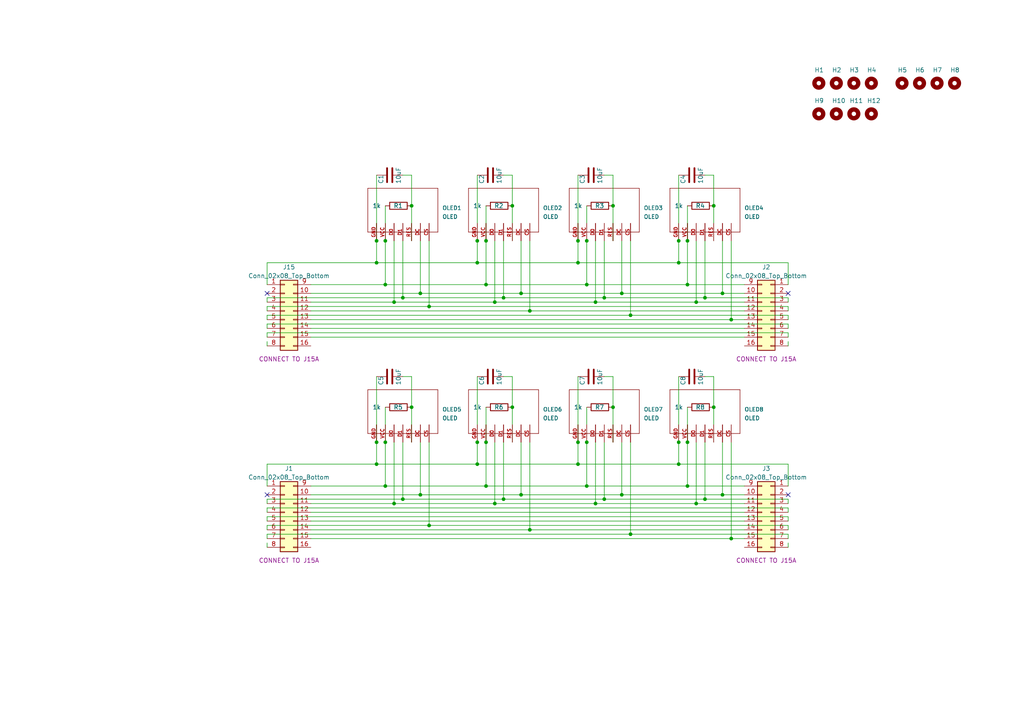
<source format=kicad_sch>
(kicad_sch (version 20230121) (generator eeschema)
  (paper "A4")
  (lib_symbols
    (symbol "Connector_Generic:Conn_02x08_Top_Bottom" (pin_names (offset 1.016) hide)
      (property "Reference" "J" (at 1.27 10.16 0))
      (property "Value" "Conn_02x08_Top_Bottom" (at 1.27 -12.7 0))
      (symbol "Conn_02x08_Top_Bottom_1_1"
        (rectangle (start -1.27 -10.033) (end 0 -10.287) (stroke (width 0.1524)))
        (rectangle (start -1.27 -7.493) (end 0 -7.747) (stroke (width 0.1524)))
        (rectangle (start -1.27 -4.953) (end 0 -5.207) (stroke (width 0.1524)))
        (rectangle (start -1.27 -2.413) (end 0 -2.667) (stroke (width 0.1524)))
        (rectangle (start -1.27 0.127) (end 0 -0.127) (stroke (width 0.1524)))
        (rectangle (start -1.27 2.667) (end 0 2.413) (stroke (width 0.1524)))
        (rectangle (start -1.27 5.207) (end 0 4.953) (stroke (width 0.1524)))
        (rectangle (start -1.27 7.747) (end 0 7.493) (stroke (width 0.1524)))
        (rectangle (start -1.27 8.89) (end 3.81 -11.43) (stroke (width 0.254)) (fill (type background)))
        (rectangle (start 3.81 -10.033) (end 2.54 -10.287) (stroke (width 0.1524)))
        (rectangle (start 3.81 -7.493) (end 2.54 -7.747) (stroke (width 0.1524)))
        (rectangle (start 3.81 -4.953) (end 2.54 -5.207) (stroke (width 0.1524)))
        (rectangle (start 3.81 -2.413) (end 2.54 -2.667) (stroke (width 0.1524)))
        (rectangle (start 3.81 0.127) (end 2.54 -0.127) (stroke (width 0.1524)))
        (rectangle (start 3.81 2.667) (end 2.54 2.413) (stroke (width 0.1524)))
        (rectangle (start 3.81 5.207) (end 2.54 4.953) (stroke (width 0.1524)))
        (rectangle (start 3.81 7.747) (end 2.54 7.493) (stroke (width 0.1524)))
        (pin passive line (at -5.08 7.62 0) (length 3.81) (name "Pin_1") (number "1"))
        (pin passive line (at 7.62 5.08 180) (length 3.81) (name "Pin_10") (number "10"))
        (pin passive line (at 7.62 2.54 180) (length 3.81) (name "Pin_11") (number "11"))
        (pin passive line (at 7.62 0 180) (length 3.81) (name "Pin_12") (number "12"))
        (pin passive line (at 7.62 -2.54 180) (length 3.81) (name "Pin_13") (number "13"))
        (pin passive line (at 7.62 -5.08 180) (length 3.81) (name "Pin_14") (number "14"))
        (pin passive line (at 7.62 -7.62 180) (length 3.81) (name "Pin_15") (number "15"))
        (pin passive line (at 7.62 -10.16 180) (length 3.81) (name "Pin_16") (number "16"))
        (pin passive line (at -5.08 5.08 0) (length 3.81) (name "Pin_2") (number "2"))
        (pin passive line (at -5.08 2.54 0) (length 3.81) (name "Pin_3") (number "3"))
        (pin passive line (at -5.08 0 0) (length 3.81) (name "Pin_4") (number "4"))
        (pin passive line (at -5.08 -2.54 0) (length 3.81) (name "Pin_5") (number "5"))
        (pin passive line (at -5.08 -5.08 0) (length 3.81) (name "Pin_6") (number "6"))
        (pin passive line (at -5.08 -7.62 0) (length 3.81) (name "Pin_7") (number "7"))
        (pin passive line (at -5.08 -10.16 0) (length 3.81) (name "Pin_8") (number "8"))
        (pin passive line (at 7.62 7.62 180) (length 3.81) (name "Pin_9") (number "9"))
      )
    )
    (symbol "Device:C" (pin_numbers hide) (pin_names (offset 0.254))
      (property "Reference" "C" (at 0.635 2.54 0))
      (property "Value" "C" (at 0.635 -2.54 0))
      (symbol "C_0_1"
        (polyline (pts (xy -2.032 -0.762) (xy 2.032 -0.762)) (stroke (width 0.508)))
        (polyline (pts (xy -2.032 0.762) (xy 2.032 0.762)) (stroke (width 0.508)))
      )
      (symbol "C_1_1"
        (pin passive line (at 0 3.81 270) (length 2.794) (name "~") (number "1"))
        (pin passive line (at 0 -3.81 90) (length 2.794) (name "~") (number "2"))
      )
    )
    (symbol "Device:R" (pin_numbers hide) (pin_names (offset 0))
      (property "Reference" "R" (at 2.032 0 90))
      (property "Value" "R" (at 0 0 90))
      (symbol "R_0_1"
        (rectangle (start -1.016 -2.54) (end 1.016 2.54) (stroke (width 0.254)))
      )
      (symbol "R_1_1"
        (pin passive line (at 0 3.81 270) (length 1.27) (name "~") (number "1"))
        (pin passive line (at 0 -3.81 90) (length 1.27) (name "~") (number "2"))
      )
    )
    (symbol "Mechanical:MountingHole" (pin_names (offset 1.016))
      (property "Reference" "H" (at 0 5.08 0))
      (property "Value" "MountingHole" (at 0 3.175 0))
      (symbol "MountingHole_0_1"
        (circle (center 0 0) (radius 1.27) (stroke (width 1.27)))
      )
    )
    (symbol "ksir_2023:OLED" (pin_names (offset 1.016) hide)
      (property "Reference" "OLED" (at -10.414 12.954 0))
      (property "Value" "OLED" (at 10.16 12.954 0))
      (symbol "OLED_1_0"
        (polyline (pts (xy -10.16 0) (xy 10.16 0)))
        (polyline (pts (xy -10.16 12.7) (xy -10.16 0)))
        (polyline (pts (xy 10.16 0) (xy 10.16 12.7)))
        (polyline (pts (xy 10.16 12.7) (xy -10.16 12.7)))
      )
      (symbol "OLED_1_1"
        (pin bidirectional line (at 7.62 -2.54 90) (length 5.08) (name "CS") (number "CS"))
        (pin bidirectional line (at -2.54 -2.54 90) (length 5.08) (name "D0") (number "D0"))
        (pin bidirectional line (at 0 -2.54 90) (length 5.08) (name "D1") (number "D1"))
        (pin bidirectional line (at 5.08 -2.54 90) (length 5.08) (name "DC") (number "DC"))
        (pin bidirectional line (at -7.62 -2.54 90) (length 5.08) (name "GND") (number "GND"))
        (pin bidirectional line (at 2.54 -2.54 90) (length 5.08) (name "RES") (number "RES"))
        (pin bidirectional line (at -5.08 -2.54 90) (length 5.08) (name "VCC") (number "VCC"))
      )
    )
  )
  (junction (at 114.3 87.63))
  (junction (at 209.55 85.09))
  (junction (at 119.38 118.11))
  (junction (at 201.93 87.63))
  (junction (at 199.39 140.97))
  (junction (at 138.43 134.62))
  (junction (at 111.76 128.27))
  (junction (at 124.46 88.9))
  (junction (at 109.22 128.27))
  (junction (at 175.26 86.36))
  (junction (at 207.01 59.69))
  (junction (at 119.38 59.69))
  (junction (at 204.47 144.78))
  (junction (at 140.97 82.55))
  (junction (at 140.97 140.97))
  (junction (at 109.22 69.85))
  (junction (at 116.84 144.78))
  (junction (at 111.76 69.85))
  (junction (at 116.84 86.36))
  (junction (at 138.43 128.27))
  (junction (at 121.92 85.09))
  (junction (at 199.39 69.85))
  (junction (at 177.8 59.69))
  (junction (at 167.64 76.2))
  (junction (at 182.88 91.44))
  (junction (at 170.18 140.97))
  (junction (at 196.85 76.2))
  (junction (at 140.97 128.27))
  (junction (at 175.26 144.78))
  (junction (at 180.34 85.09))
  (junction (at 121.92 143.51))
  (junction (at 199.39 128.27))
  (junction (at 148.59 59.69))
  (junction (at 170.18 69.85))
  (junction (at 170.18 82.55))
  (junction (at 138.43 69.85))
  (junction (at 201.93 146.05))
  (junction (at 109.22 134.62))
  (junction (at 143.51 146.05))
  (junction (at 138.43 76.2))
  (junction (at 199.39 82.55))
  (junction (at 172.72 87.63))
  (junction (at 151.13 143.51))
  (junction (at 111.76 82.55))
  (junction (at 212.09 156.21))
  (junction (at 177.8 118.11))
  (junction (at 151.13 85.09))
  (junction (at 207.01 118.11))
  (junction (at 153.67 90.17))
  (junction (at 146.05 86.36))
  (junction (at 196.85 69.85))
  (junction (at 148.59 118.11))
  (junction (at 143.51 87.63))
  (junction (at 167.64 69.85))
  (junction (at 212.09 92.71))
  (junction (at 111.76 140.97))
  (junction (at 182.88 154.94))
  (junction (at 153.67 153.67))
  (junction (at 196.85 128.27))
  (junction (at 170.18 128.27))
  (junction (at 180.34 143.51))
  (junction (at 114.3 146.05))
  (junction (at 209.55 143.51))
  (junction (at 140.97 69.85))
  (junction (at 167.64 134.62))
  (junction (at 124.46 152.4))
  (junction (at 196.85 134.62))
  (junction (at 167.64 128.27))
  (junction (at 204.47 86.36))
  (junction (at 172.72 146.05))
  (junction (at 146.05 144.78))
  (junction (at 109.22 76.2))
  (no_connect (at 228.6 85.09))
  (no_connect (at 77.47 143.51))
  (no_connect (at 228.6 143.51))
  (no_connect (at 77.47 85.09))
  (wire (pts (xy 228.6 152.4) (xy 228.6 153.67)))
  (wire (pts (xy 140.97 128.27) (xy 140.97 140.97)))
  (wire (pts (xy 180.34 143.51) (xy 151.13 143.51)))
  (wire (pts (xy 177.8 59.69) (xy 177.8 69.85)))
  (wire (pts (xy 90.17 151.13) (xy 215.9 151.13)))
  (wire (pts (xy 204.47 86.36) (xy 204.47 69.85)))
  (wire (pts (xy 228.6 144.78) (xy 204.47 144.78)))
  (wire (pts (xy 175.26 144.78) (xy 204.47 144.78)))
  (wire (pts (xy 109.22 109.22) (xy 109.22 128.27)))
  (wire (pts (xy 124.46 88.9) (xy 124.46 69.85)))
  (wire (pts (xy 228.6 151.13) (xy 228.6 149.86)))
  (wire (pts (xy 180.34 128.27) (xy 180.34 143.51)))
  (wire (pts (xy 77.47 86.36) (xy 116.84 86.36)))
  (wire (pts (xy 138.43 50.8) (xy 138.43 69.85)))
  (wire (pts (xy 180.34 85.09) (xy 209.55 85.09)))
  (wire (pts (xy 228.6 96.52) (xy 77.47 96.52)))
  (wire (pts (xy 207.01 50.8) (xy 207.01 59.69)))
  (wire (pts (xy 172.72 87.63) (xy 201.93 87.63)))
  (wire (pts (xy 228.6 146.05) (xy 228.6 144.78)))
  (wire (pts (xy 228.6 148.59) (xy 228.6 147.32)))
  (wire (pts (xy 77.47 82.55) (xy 77.47 76.2)))
  (wire (pts (xy 201.93 146.05) (xy 201.93 128.27)))
  (wire (pts (xy 146.05 144.78) (xy 175.26 144.78)))
  (wire (pts (xy 114.3 146.05) (xy 143.51 146.05)))
  (wire (pts (xy 182.88 154.94) (xy 228.6 154.94)))
  (wire (pts (xy 215.9 90.17) (xy 153.67 90.17)))
  (wire (pts (xy 177.8 118.11) (xy 177.8 128.27)))
  (wire (pts (xy 196.85 134.62) (xy 196.85 128.27)))
  (wire (pts (xy 209.55 69.85) (xy 209.55 85.09)))
  (wire (pts (xy 90.17 82.55) (xy 111.76 82.55)))
  (wire (pts (xy 90.17 97.79) (xy 215.9 97.79)))
  (wire (pts (xy 228.6 156.21) (xy 228.6 154.94)))
  (wire (pts (xy 146.05 109.22) (xy 148.59 109.22)))
  (wire (pts (xy 90.17 146.05) (xy 114.3 146.05)))
  (wire (pts (xy 116.84 86.36) (xy 146.05 86.36)))
  (wire (pts (xy 170.18 82.55) (xy 199.39 82.55)))
  (wire (pts (xy 151.13 143.51) (xy 121.92 143.51)))
  (wire (pts (xy 204.47 144.78) (xy 204.47 128.27)))
  (wire (pts (xy 182.88 128.27) (xy 182.88 154.94)))
  (wire (pts (xy 116.84 144.78) (xy 146.05 144.78)))
  (wire (pts (xy 124.46 128.27) (xy 124.46 152.4)))
  (wire (pts (xy 180.34 85.09) (xy 151.13 85.09)))
  (wire (pts (xy 90.17 87.63) (xy 114.3 87.63)))
  (wire (pts (xy 90.17 140.97) (xy 111.76 140.97)))
  (wire (pts (xy 167.64 76.2) (xy 196.85 76.2)))
  (wire (pts (xy 153.67 153.67) (xy 215.9 153.67)))
  (wire (pts (xy 114.3 128.27) (xy 114.3 146.05)))
  (wire (pts (xy 77.47 154.94) (xy 182.88 154.94)))
  (wire (pts (xy 116.84 109.22) (xy 119.38 109.22)))
  (wire (pts (xy 167.64 69.85) (xy 167.64 76.2)))
  (wire (pts (xy 212.09 92.71) (xy 212.09 69.85)))
  (wire (pts (xy 77.47 93.98) (xy 228.6 93.98)))
  (wire (pts (xy 199.39 59.69) (xy 199.39 69.85)))
  (wire (pts (xy 170.18 140.97) (xy 199.39 140.97)))
  (wire (pts (xy 199.39 82.55) (xy 199.39 69.85)))
  (wire (pts (xy 153.67 128.27) (xy 153.67 153.67)))
  (wire (pts (xy 170.18 118.11) (xy 170.18 128.27)))
  (wire (pts (xy 180.34 69.85) (xy 180.34 85.09)))
  (wire (pts (xy 90.17 148.59) (xy 215.9 148.59)))
  (wire (pts (xy 228.6 82.55) (xy 228.6 76.2)))
  (wire (pts (xy 146.05 128.27) (xy 146.05 144.78)))
  (wire (pts (xy 138.43 76.2) (xy 167.64 76.2)))
  (wire (pts (xy 170.18 59.69) (xy 170.18 69.85)))
  (wire (pts (xy 207.01 109.22) (xy 207.01 118.11)))
  (wire (pts (xy 90.17 95.25) (xy 215.9 95.25)))
  (wire (pts (xy 77.47 90.17) (xy 77.47 88.9)))
  (wire (pts (xy 77.47 147.32) (xy 228.6 147.32)))
  (wire (pts (xy 77.47 153.67) (xy 77.47 152.4)))
  (wire (pts (xy 196.85 50.8) (xy 196.85 69.85)))
  (wire (pts (xy 116.84 69.85) (xy 116.84 86.36)))
  (wire (pts (xy 175.26 86.36) (xy 204.47 86.36)))
  (wire (pts (xy 77.47 152.4) (xy 124.46 152.4)))
  (wire (pts (xy 146.05 69.85) (xy 146.05 86.36)))
  (wire (pts (xy 124.46 88.9) (xy 228.6 88.9)))
  (wire (pts (xy 182.88 91.44) (xy 182.88 69.85)))
  (wire (pts (xy 209.55 128.27) (xy 209.55 143.51)))
  (wire (pts (xy 119.38 59.69) (xy 119.38 69.85)))
  (wire (pts (xy 77.47 140.97) (xy 77.47 134.62)))
  (wire (pts (xy 114.3 69.85) (xy 114.3 87.63)))
  (wire (pts (xy 215.9 87.63) (xy 201.93 87.63)))
  (wire (pts (xy 148.59 50.8) (xy 148.59 59.69)))
  (wire (pts (xy 109.22 50.8) (xy 109.22 69.85)))
  (wire (pts (xy 90.17 143.51) (xy 121.92 143.51)))
  (wire (pts (xy 77.47 158.75) (xy 77.47 157.48)))
  (wire (pts (xy 140.97 69.85) (xy 140.97 82.55)))
  (wire (pts (xy 228.6 87.63) (xy 228.6 86.36)))
  (wire (pts (xy 109.22 69.85) (xy 109.22 76.2)))
  (wire (pts (xy 228.6 157.48) (xy 228.6 158.75)))
  (wire (pts (xy 77.47 146.05) (xy 77.47 144.78)))
  (wire (pts (xy 167.64 109.22) (xy 167.64 128.27)))
  (wire (pts (xy 111.76 69.85) (xy 111.76 82.55)))
  (wire (pts (xy 90.17 90.17) (xy 153.67 90.17)))
  (wire (pts (xy 215.9 146.05) (xy 201.93 146.05)))
  (wire (pts (xy 201.93 87.63) (xy 201.93 69.85)))
  (wire (pts (xy 199.39 140.97) (xy 199.39 128.27)))
  (wire (pts (xy 196.85 76.2) (xy 196.85 69.85)))
  (wire (pts (xy 111.76 82.55) (xy 140.97 82.55)))
  (wire (pts (xy 148.59 59.69) (xy 148.59 69.85)))
  (wire (pts (xy 148.59 118.11) (xy 148.59 128.27)))
  (wire (pts (xy 228.6 97.79) (xy 228.6 96.52)))
  (wire (pts (xy 116.84 50.8) (xy 119.38 50.8)))
  (wire (pts (xy 143.51 128.27) (xy 143.51 146.05)))
  (wire (pts (xy 77.47 154.94) (xy 77.47 156.21)))
  (wire (pts (xy 204.47 50.8) (xy 207.01 50.8)))
  (wire (pts (xy 77.47 148.59) (xy 77.47 147.32)))
  (wire (pts (xy 146.05 50.8) (xy 148.59 50.8)))
  (wire (pts (xy 138.43 134.62) (xy 167.64 134.62)))
  (wire (pts (xy 228.6 140.97) (xy 228.6 134.62)))
  (wire (pts (xy 207.01 59.69) (xy 207.01 69.85)))
  (wire (pts (xy 212.09 156.21) (xy 215.9 156.21)))
  (wire (pts (xy 172.72 69.85) (xy 172.72 87.63)))
  (wire (pts (xy 228.6 91.44) (xy 182.88 91.44)))
  (wire (pts (xy 109.22 76.2) (xy 138.43 76.2)))
  (wire (pts (xy 77.47 100.33) (xy 77.47 99.06)))
  (wire (pts (xy 77.47 91.44) (xy 182.88 91.44)))
  (wire (pts (xy 138.43 109.22) (xy 138.43 128.27)))
  (wire (pts (xy 119.38 109.22) (xy 119.38 118.11)))
  (wire (pts (xy 77.47 151.13) (xy 77.47 149.86)))
  (wire (pts (xy 111.76 140.97) (xy 140.97 140.97)))
  (wire (pts (xy 90.17 92.71) (xy 212.09 92.71)))
  (wire (pts (xy 228.6 93.98) (xy 228.6 95.25)))
  (wire (pts (xy 170.18 128.27) (xy 170.18 140.97)))
  (wire (pts (xy 170.18 69.85) (xy 170.18 82.55)))
  (wire (pts (xy 215.9 143.51) (xy 209.55 143.51)))
  (wire (pts (xy 228.6 134.62) (xy 196.85 134.62)))
  (wire (pts (xy 167.64 134.62) (xy 196.85 134.62)))
  (wire (pts (xy 77.47 87.63) (xy 77.47 86.36)))
  (wire (pts (xy 177.8 109.22) (xy 177.8 118.11)))
  (wire (pts (xy 207.01 118.11) (xy 207.01 128.27)))
  (wire (pts (xy 151.13 128.27) (xy 151.13 143.51)))
  (wire (pts (xy 177.8 50.8) (xy 177.8 59.69)))
  (wire (pts (xy 114.3 87.63) (xy 143.51 87.63)))
  (wire (pts (xy 180.34 143.51) (xy 209.55 143.51)))
  (wire (pts (xy 138.43 69.85) (xy 138.43 76.2)))
  (wire (pts (xy 153.67 90.17) (xy 153.67 69.85)))
  (wire (pts (xy 175.26 50.8) (xy 177.8 50.8)))
  (wire (pts (xy 172.72 146.05) (xy 201.93 146.05)))
  (wire (pts (xy 77.47 92.71) (xy 77.47 91.44)))
  (wire (pts (xy 77.47 96.52) (xy 77.47 97.79)))
  (wire (pts (xy 215.9 92.71) (xy 212.09 92.71)))
  (wire (pts (xy 215.9 140.97) (xy 199.39 140.97)))
  (wire (pts (xy 228.6 92.71) (xy 228.6 91.44)))
  (wire (pts (xy 121.92 143.51) (xy 121.92 128.27)))
  (wire (pts (xy 140.97 140.97) (xy 170.18 140.97)))
  (wire (pts (xy 77.47 76.2) (xy 109.22 76.2)))
  (wire (pts (xy 143.51 87.63) (xy 172.72 87.63)))
  (wire (pts (xy 167.64 50.8) (xy 167.64 69.85)))
  (wire (pts (xy 77.47 95.25) (xy 77.47 93.98)))
  (wire (pts (xy 90.17 156.21) (xy 212.09 156.21)))
  (wire (pts (xy 111.76 128.27) (xy 111.76 140.97)))
  (wire (pts (xy 175.26 69.85) (xy 175.26 86.36)))
  (wire (pts (xy 146.05 86.36) (xy 175.26 86.36)))
  (wire (pts (xy 119.38 118.11) (xy 119.38 128.27)))
  (wire (pts (xy 111.76 118.11) (xy 111.76 128.27)))
  (wire (pts (xy 143.51 69.85) (xy 143.51 87.63)))
  (wire (pts (xy 109.22 134.62) (xy 138.43 134.62)))
  (wire (pts (xy 228.6 99.06) (xy 228.6 100.33)))
  (wire (pts (xy 77.47 144.78) (xy 116.84 144.78)))
  (wire (pts (xy 204.47 109.22) (xy 207.01 109.22)))
  (wire (pts (xy 77.47 88.9) (xy 124.46 88.9)))
  (wire (pts (xy 228.6 76.2) (xy 196.85 76.2)))
  (wire (pts (xy 175.26 109.22) (xy 177.8 109.22)))
  (wire (pts (xy 116.84 128.27) (xy 116.84 144.78)))
  (wire (pts (xy 228.6 86.36) (xy 204.47 86.36)))
  (wire (pts (xy 90.17 153.67) (xy 153.67 153.67)))
  (wire (pts (xy 119.38 50.8) (xy 119.38 59.69)))
  (wire (pts (xy 148.59 109.22) (xy 148.59 118.11)))
  (wire (pts (xy 215.9 85.09) (xy 209.55 85.09)))
  (wire (pts (xy 109.22 128.27) (xy 109.22 134.62)))
  (wire (pts (xy 90.17 85.09) (xy 121.92 85.09)))
  (wire (pts (xy 167.64 128.27) (xy 167.64 134.62)))
  (wire (pts (xy 140.97 118.11) (xy 140.97 128.27)))
  (wire (pts (xy 121.92 85.09) (xy 121.92 69.85)))
  (wire (pts (xy 199.39 118.11) (xy 199.39 128.27)))
  (wire (pts (xy 140.97 59.69) (xy 140.97 69.85)))
  (wire (pts (xy 77.47 134.62) (xy 109.22 134.62)))
  (wire (pts (xy 228.6 90.17) (xy 228.6 88.9)))
  (wire (pts (xy 175.26 128.27) (xy 175.26 144.78)))
  (wire (pts (xy 151.13 69.85) (xy 151.13 85.09)))
  (wire (pts (xy 212.09 128.27) (xy 212.09 156.21)))
  (wire (pts (xy 138.43 128.27) (xy 138.43 134.62)))
  (wire (pts (xy 143.51 146.05) (xy 172.72 146.05)))
  (wire (pts (xy 124.46 152.4) (xy 228.6 152.4)))
  (wire (pts (xy 111.76 59.69) (xy 111.76 69.85)))
  (wire (pts (xy 151.13 85.09) (xy 121.92 85.09)))
  (wire (pts (xy 172.72 128.27) (xy 172.72 146.05)))
  (wire (pts (xy 215.9 82.55) (xy 199.39 82.55)))
  (wire (pts (xy 140.97 82.55) (xy 170.18 82.55)))
  (wire (pts (xy 77.47 149.86) (xy 228.6 149.86)))
  (wire (pts (xy 196.85 109.22) (xy 196.85 128.27)))
  (symbol (lib_id "Mechanical:MountingHole") (at 252.73 33.02 0) (unit 1)
    (property "Reference" "H12" (at 251.46 29.21 0) (effects (justify left)))
    (property "Value" "MountingHole" (effects hide))
    (property "Footprint" "MountingHole:MountingHole_2.2mm_M2" (effects hide))
  )
  (symbol (lib_id "Mechanical:MountingHole") (at 237.49 24.13 0) (unit 1)
    (property "Reference" "H1" (at 236.22 20.32 0) (effects (justify left)))
    (property "Value" "MountingHole" (effects hide))
    (property "Footprint" "MountingHole:MountingHole_2.2mm_M2" (effects hide))
  )
  (symbol (lib_id "ksir_2023:OLED") (at 204.47 125.73 0) (unit 1)
    (property "Reference" "OLED8" (at 215.9 118.745 0) (effects (font (size 1.143 1.143)) (justify left)))
    (property "Value" "OLED" (at 215.9 121.285 0) (effects (font (size 1.143 1.143)) (justify left)))
    (property "Footprint" "oled:oled-OLED_STANDARD" (effects hide))
  )
  (symbol (lib_id "Mechanical:MountingHole") (at 247.65 24.13 0) (unit 1)
    (property "Reference" "H3" (at 246.38 20.32 0) (effects (justify left)))
    (property "Value" "MountingHole" (effects hide))
    (property "Footprint" "MountingHole:MountingHole_2.2mm_M2" (effects hide))
  )
  (symbol (lib_id "Mechanical:MountingHole") (at 271.78 24.13 0) (unit 1)
    (property "Reference" "H7" (at 270.51 20.32 0) (effects (justify left)))
    (property "Value" "MountingHole" (effects hide))
    (property "Footprint" "MountingHole:MountingHole_2.2mm_M2" (effects hide))
  )
  (symbol (lib_id "Device:C") (at 200.66 50.8 270) (unit 1)
    (property "Reference" "C4" (at 198.12 53.34 0) (effects (justify right)))
    (property "Value" "10uF" (at 203.2 53.34 0) (effects (justify right)))
    (property "Footprint" "Capacitor_THT:C_Disc_D3.8mm_W2.6mm_P2.50mm" (effects hide))
  )
  (symbol (lib_id "Connector_Generic:Conn_02x08_Top_Bottom") (at 82.55 148.59 0) (unit 1)
    (property "Reference" "J1" (at 83.82 135.89 0))
    (property "Value" "Conn_02x08_Top_Bottom" (at 83.82 138.43 0))
    (property "Footprint" "Connector_PinHeader_2.54mm:PinHeader_2x08_P2.54mm_Vertical" (effects hide))
    (property "Champ4" "CONNECT TO J15A" (at 83.82 162.56 0))
  )
  (symbol (lib_id "Device:R") (at 203.2 118.11 90) (unit 1)
    (property "Reference" "R8" (at 204.47 118.11 90) (effects (justify left)))
    (property "Value" "1k" (at 198.12 118.11 90) (effects (justify left)))
    (property "Footprint" "Resistor_THT:R_Axial_DIN0204_L3.6mm_D1.6mm_P5.08mm_Horizontal" (effects hide))
    (property "JLCPCB Part #" "C1035" (effects hide))
  )
  (symbol (lib_id "Device:C") (at 142.24 50.8 270) (unit 1)
    (property "Reference" "C2" (at 139.7 53.34 0) (effects (justify right)))
    (property "Value" "10uF" (at 144.78 53.34 0) (effects (justify right)))
    (property "Footprint" "Capacitor_THT:C_Disc_D3.8mm_W2.6mm_P2.50mm" (effects hide))
  )
  (symbol (lib_id "Device:R") (at 173.99 118.11 90) (unit 1)
    (property "Reference" "R7" (at 175.26 118.11 90) (effects (justify left)))
    (property "Value" "1k" (at 168.91 118.11 90) (effects (justify left)))
    (property "Footprint" "Resistor_THT:R_Axial_DIN0204_L3.6mm_D1.6mm_P5.08mm_Horizontal" (effects hide))
    (property "JLCPCB Part #" "C1035" (effects hide))
  )
  (symbol (lib_id "Device:C") (at 142.24 109.22 270) (unit 1)
    (property "Reference" "C6" (at 139.7 111.76 0) (effects (justify right)))
    (property "Value" "10uF" (at 144.78 111.76 0) (effects (justify right)))
    (property "Footprint" "Capacitor_THT:C_Disc_D3.8mm_W2.6mm_P2.50mm" (effects hide))
  )
  (symbol (lib_id "Device:R") (at 173.99 59.69 90) (unit 1)
    (property "Reference" "R3" (at 175.26 59.69 90) (effects (justify left)))
    (property "Value" "1k" (at 168.91 59.69 90) (effects (justify left)))
    (property "Footprint" "Resistor_THT:R_Axial_DIN0204_L3.6mm_D1.6mm_P5.08mm_Horizontal" (effects hide))
    (property "JLCPCB Part #" "C1035" (effects hide))
  )
  (symbol (lib_id "Device:R") (at 144.78 118.11 90) (unit 1)
    (property "Reference" "R6" (at 146.05 118.11 90) (effects (justify left)))
    (property "Value" "1k" (at 139.7 118.11 90) (effects (justify left)))
    (property "Footprint" "Resistor_THT:R_Axial_DIN0204_L3.6mm_D1.6mm_P5.08mm_Horizontal" (effects hide))
    (property "JLCPCB Part #" "C1035" (effects hide))
  )
  (symbol (lib_id "ksir_2023:OLED") (at 146.05 125.73 0) (unit 1)
    (property "Reference" "OLED6" (at 157.48 118.745 0) (effects (font (size 1.143 1.143)) (justify left)))
    (property "Value" "OLED" (at 157.48 121.285 0) (effects (font (size 1.143 1.143)) (justify left)))
    (property "Footprint" "oled:oled-OLED_STANDARD" (effects hide))
  )
  (symbol (lib_id "ksir_2023:OLED") (at 116.84 67.31 0) (unit 1)
    (property "Reference" "OLED1" (at 128.27 60.325 0) (effects (font (size 1.143 1.143)) (justify left)))
    (property "Value" "OLED" (at 128.27 62.865 0) (effects (font (size 1.143 1.143)) (justify left)))
    (property "Footprint" "oled:oled-OLED_STANDARD" (effects hide))
  )
  (symbol (lib_id "Device:C") (at 113.03 109.22 270) (unit 1)
    (property "Reference" "C5" (at 110.49 111.76 0) (effects (justify right)))
    (property "Value" "10uF" (at 115.57 111.76 0) (effects (justify right)))
    (property "Footprint" "Capacitor_THT:C_Disc_D3.8mm_W2.6mm_P2.50mm" (effects hide))
  )
  (symbol (lib_id "ksir_2023:OLED") (at 175.26 125.73 0) (unit 1)
    (property "Reference" "OLED7" (at 186.69 118.745 0) (effects (font (size 1.143 1.143)) (justify left)))
    (property "Value" "OLED" (at 186.69 121.285 0) (effects (font (size 1.143 1.143)) (justify left)))
    (property "Footprint" "oled:oled-OLED_STANDARD" (effects hide))
  )
  (symbol (lib_id "Mechanical:MountingHole") (at 266.7 24.13 0) (unit 1)
    (property "Reference" "H6" (at 265.43 20.32 0) (effects (justify left)))
    (property "Value" "MountingHole" (effects hide))
    (property "Footprint" "MountingHole:MountingHole_2.2mm_M2" (effects hide))
  )
  (symbol (lib_id "Mechanical:MountingHole") (at 252.73 24.13 0) (unit 1)
    (property "Reference" "H4" (at 251.46 20.32 0) (effects (justify left)))
    (property "Value" "MountingHole" (effects hide))
    (property "Footprint" "MountingHole:MountingHole_2.2mm_M2" (effects hide))
  )
  (symbol (lib_id "Mechanical:MountingHole") (at 276.86 24.13 0) (unit 1)
    (property "Reference" "H8" (at 275.59 20.32 0) (effects (justify left)))
    (property "Value" "MountingHole" (effects hide))
    (property "Footprint" "MountingHole:MountingHole_2.2mm_M2" (effects hide))
  )
  (symbol (lib_id "Mechanical:MountingHole") (at 247.65 33.02 0) (unit 1)
    (property "Reference" "H11" (at 246.38 29.21 0) (effects (justify left)))
    (property "Value" "MountingHole" (effects hide))
    (property "Footprint" "MountingHole:MountingHole_2.2mm_M2" (effects hide))
  )
  (symbol (lib_id "Mechanical:MountingHole") (at 242.57 24.13 0) (unit 1)
    (property "Reference" "H2" (at 241.3 20.32 0) (effects (justify left)))
    (property "Value" "MountingHole" (effects hide))
    (property "Footprint" "MountingHole:MountingHole_2.2mm_M2" (effects hide))
  )
  (symbol (lib_id "ksir_2023:OLED") (at 146.05 67.31 0) (unit 1)
    (property "Reference" "OLED2" (at 157.48 60.325 0) (effects (font (size 1.143 1.143)) (justify left)))
    (property "Value" "OLED" (at 157.48 62.865 0) (effects (font (size 1.143 1.143)) (justify left)))
    (property "Footprint" "oled:oled-OLED_STANDARD" (effects hide))
  )
  (symbol (lib_id "ksir_2023:OLED") (at 204.47 67.31 0) (unit 1)
    (property "Reference" "OLED4" (at 215.9 60.325 0) (effects (font (size 1.143 1.143)) (justify left)))
    (property "Value" "OLED" (at 215.9 62.865 0) (effects (font (size 1.143 1.143)) (justify left)))
    (property "Footprint" "oled:oled-OLED_STANDARD" (effects hide))
  )
  (symbol (lib_id "Mechanical:MountingHole") (at 237.49 33.02 0) (unit 1)
    (property "Reference" "H9" (at 236.22 29.21 0) (effects (justify left)))
    (property "Value" "MountingHole" (effects hide))
    (property "Footprint" "MountingHole:MountingHole_2.2mm_M2" (effects hide))
  )
  (symbol (lib_id "Device:R") (at 115.57 118.11 90) (unit 1)
    (property "Reference" "R5" (at 116.84 118.11 90) (effects (justify left)))
    (property "Value" "1k" (at 110.49 118.11 90) (effects (justify left)))
    (property "Footprint" "Resistor_THT:R_Axial_DIN0204_L3.6mm_D1.6mm_P5.08mm_Horizontal" (effects hide))
    (property "JLCPCB Part #" "C1035" (effects hide))
  )
  (symbol (lib_id "Device:C") (at 171.45 109.22 270) (unit 1)
    (property "Reference" "C7" (at 168.91 111.76 0) (effects (justify right)))
    (property "Value" "10uF" (at 173.99 111.76 0) (effects (justify right)))
    (property "Footprint" "Capacitor_THT:C_Disc_D3.8mm_W2.6mm_P2.50mm" (effects hide))
  )
  (symbol (lib_id "Device:R") (at 144.78 59.69 90) (unit 1)
    (property "Reference" "R2" (at 146.05 59.69 90) (effects (justify left)))
    (property "Value" "1k" (at 139.7 59.69 90) (effects (justify left)))
    (property "Footprint" "Resistor_THT:R_Axial_DIN0204_L3.6mm_D1.6mm_P5.08mm_Horizontal" (effects hide))
    (property "JLCPCB Part #" "C1035" (effects hide))
  )
  (symbol (lib_id "Mechanical:MountingHole") (at 261.62 24.13 0) (unit 1)
    (property "Reference" "H5" (at 260.35 20.32 0) (effects (justify left)))
    (property "Value" "MountingHole" (effects hide))
    (property "Footprint" "MountingHole:MountingHole_2.2mm_M2" (effects hide))
  )
  (symbol (lib_id "Device:R") (at 203.2 59.69 90) (unit 1)
    (property "Reference" "R4" (at 204.47 59.69 90) (effects (justify left)))
    (property "Value" "1k" (at 198.12 59.69 90) (effects (justify left)))
    (property "Footprint" "Resistor_THT:R_Axial_DIN0204_L3.6mm_D1.6mm_P5.08mm_Horizontal" (effects hide))
    (property "JLCPCB Part #" "C1035" (effects hide))
  )
  (symbol (lib_id "ksir_2023:OLED") (at 116.84 125.73 0) (unit 1)
    (property "Reference" "OLED5" (at 128.27 118.745 0) (effects (font (size 1.143 1.143)) (justify left)))
    (property "Value" "OLED" (at 128.27 121.285 0) (effects (font (size 1.143 1.143)) (justify left)))
    (property "Footprint" "oled:oled-OLED_STANDARD" (effects hide))
  )
  (symbol (lib_id "Device:C") (at 200.66 109.22 270) (unit 1)
    (property "Reference" "C8" (at 198.12 111.76 0) (effects (justify right)))
    (property "Value" "10uF" (at 203.2 111.76 0) (effects (justify right)))
    (property "Footprint" "Capacitor_THT:C_Disc_D3.8mm_W2.6mm_P2.50mm" (effects hide))
  )
  (symbol (lib_id "Device:R") (at 115.57 59.69 90) (unit 1)
    (property "Reference" "R1" (at 116.84 59.69 90) (effects (justify left)))
    (property "Value" "1k" (at 110.49 59.69 90) (effects (justify left)))
    (property "Footprint" "Resistor_THT:R_Axial_DIN0204_L3.6mm_D1.6mm_P5.08mm_Horizontal" (effects hide))
    (property "JLCPCB Part #" "C1035" (effects hide))
  )
  (symbol (lib_id "Device:C") (at 113.03 50.8 270) (unit 1)
    (property "Reference" "C1" (at 110.49 53.34 0) (effects (justify right)))
    (property "Value" "10uF" (at 115.57 53.34 0) (effects (justify right)))
    (property "Footprint" "Capacitor_THT:C_Disc_D3.8mm_W2.6mm_P2.50mm" (effects hide))
  )
  (symbol (lib_id "ksir_2023:OLED") (at 175.26 67.31 0) (unit 1)
    (property "Reference" "OLED3" (at 186.69 60.325 0) (effects (font (size 1.143 1.143)) (justify left)))
    (property "Value" "OLED" (at 186.69 62.865 0) (effects (font (size 1.143 1.143)) (justify left)))
    (property "Footprint" "oled:oled-OLED_STANDARD" (effects hide))
  )
  (symbol (lib_id "Connector_Generic:Conn_02x08_Top_Bottom") (at 223.52 148.59 0) (mirror y) (unit 1)
    (property "Reference" "J3" (at 222.25 135.89 0))
    (property "Value" "Conn_02x08_Top_Bottom" (at 222.25 138.43 0))
    (property "Footprint" "Connector_PinHeader_2.54mm:PinHeader_2x08_P2.54mm_Vertical" (effects hide))
    (property "Champ4" "CONNECT TO J15A" (at 222.25 162.56 0))
  )
  (symbol (lib_id "Mechanical:MountingHole") (at 242.57 33.02 0) (unit 1)
    (property "Reference" "H10" (at 241.3 29.21 0) (effects (justify left)))
    (property "Value" "MountingHole" (effects hide))
    (property "Footprint" "MountingHole:MountingHole_2.2mm_M2" (effects hide))
  )
  (symbol (lib_id "Connector_Generic:Conn_02x08_Top_Bottom") (at 82.55 90.17 0) (unit 1)
    (property "Reference" "J15" (at 83.82 77.47 0))
    (property "Value" "Conn_02x08_Top_Bottom" (at 83.82 80.01 0))
    (property "Footprint" "Connector_PinHeader_2.54mm:PinHeader_2x08_P2.54mm_Vertical" (effects hide))
    (property "Champ4" "CONNECT TO J15A" (at 83.82 104.14 0))
  )
  (symbol (lib_id "Connector_Generic:Conn_02x08_Top_Bottom") (at 223.52 90.17 0) (mirror y) (unit 1)
    (property "Reference" "J2" (at 222.25 77.47 0))
    (property "Value" "Conn_02x08_Top_Bottom" (at 222.25 80.01 0))
    (property "Footprint" "Connector_PinHeader_2.54mm:PinHeader_2x08_P2.54mm_Vertical" (effects hide))
    (property "Champ4" "CONNECT TO J15A" (at 222.25 104.14 0))
  )
  (symbol (lib_id "Device:C") (at 171.45 50.8 270) (unit 1)
    (property "Reference" "C3" (at 168.91 53.34 0) (effects (justify right)))
    (property "Value" "10uF" (at 173.99 53.34 0) (effects (justify right)))
    (property "Footprint" "Capacitor_THT:C_Disc_D3.8mm_W2.6mm_P2.50mm" (effects hide))
  )
)
</source>
